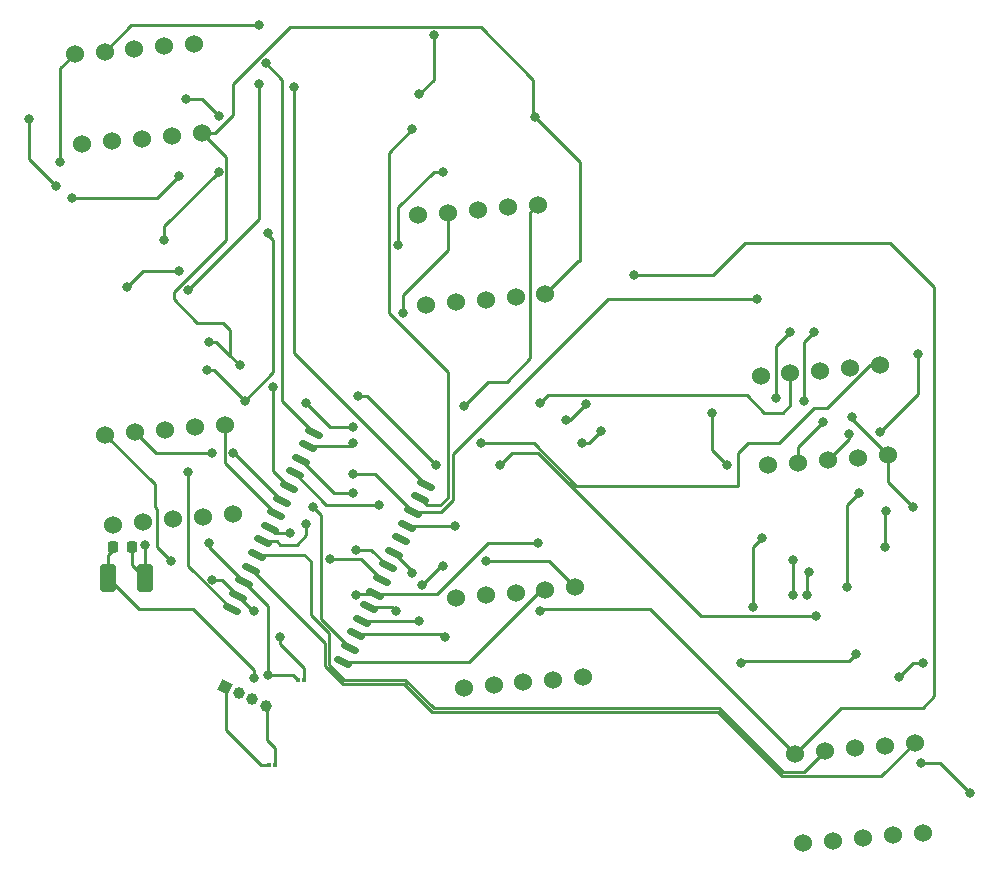
<source format=gbr>
%TF.GenerationSoftware,KiCad,Pcbnew,7.0.10-7.0.10~ubuntu22.04.1*%
%TF.CreationDate,2025-04-20T12:02:29+07:00*%
%TF.ProjectId,catan100,63617461-6e31-4303-902e-6b696361645f,rev?*%
%TF.SameCoordinates,Original*%
%TF.FileFunction,Copper,L2,Bot*%
%TF.FilePolarity,Positive*%
%FSLAX46Y46*%
G04 Gerber Fmt 4.6, Leading zero omitted, Abs format (unit mm)*
G04 Created by KiCad (PCBNEW 7.0.10-7.0.10~ubuntu22.04.1) date 2025-04-20 12:02:29*
%MOMM*%
%LPD*%
G01*
G04 APERTURE LIST*
G04 Aperture macros list*
%AMRoundRect*
0 Rectangle with rounded corners*
0 $1 Rounding radius*
0 $2 $3 $4 $5 $6 $7 $8 $9 X,Y pos of 4 corners*
0 Add a 4 corners polygon primitive as box body*
4,1,4,$2,$3,$4,$5,$6,$7,$8,$9,$2,$3,0*
0 Add four circle primitives for the rounded corners*
1,1,$1+$1,$2,$3*
1,1,$1+$1,$4,$5*
1,1,$1+$1,$6,$7*
1,1,$1+$1,$8,$9*
0 Add four rect primitives between the rounded corners*
20,1,$1+$1,$2,$3,$4,$5,0*
20,1,$1+$1,$4,$5,$6,$7,0*
20,1,$1+$1,$6,$7,$8,$9,0*
20,1,$1+$1,$8,$9,$2,$3,0*%
%AMHorizOval*
0 Thick line with rounded ends*
0 $1 width*
0 $2 $3 position (X,Y) of the first rounded end (center of the circle)*
0 $4 $5 position (X,Y) of the second rounded end (center of the circle)*
0 Add line between two ends*
20,1,$1,$2,$3,$4,$5,0*
0 Add two circle primitives to create the rounded ends*
1,1,$1,$2,$3*
1,1,$1,$4,$5*%
%AMRotRect*
0 Rectangle, with rotation*
0 The origin of the aperture is its center*
0 $1 length*
0 $2 width*
0 $3 Rotation angle, in degrees counterclockwise*
0 Add horizontal line*
21,1,$1,$2,0,0,$3*%
G04 Aperture macros list end*
%TA.AperFunction,ComponentPad*%
%ADD10C,1.524000*%
%TD*%
%TA.AperFunction,ComponentPad*%
%ADD11RotRect,1.000000X1.000000X245.000000*%
%TD*%
%TA.AperFunction,ComponentPad*%
%ADD12HorizOval,1.000000X0.000000X0.000000X0.000000X0.000000X0*%
%TD*%
%TA.AperFunction,SMDPad,CuDef*%
%ADD13RoundRect,0.075000X0.125000X0.075000X-0.125000X0.075000X-0.125000X-0.075000X0.125000X-0.075000X0*%
%TD*%
%TA.AperFunction,SMDPad,CuDef*%
%ADD14RoundRect,0.225000X0.225000X0.250000X-0.225000X0.250000X-0.225000X-0.250000X0.225000X-0.250000X0*%
%TD*%
%TA.AperFunction,SMDPad,CuDef*%
%ADD15RoundRect,0.150000X0.652493X-0.138756X-0.525707X0.410648X-0.652493X0.138756X0.525707X-0.410648X0*%
%TD*%
%TA.AperFunction,SMDPad,CuDef*%
%ADD16RoundRect,0.250000X0.412500X0.925000X-0.412500X0.925000X-0.412500X-0.925000X0.412500X-0.925000X0*%
%TD*%
%TA.AperFunction,SMDPad,CuDef*%
%ADD17RoundRect,0.075000X-0.125000X-0.075000X0.125000X-0.075000X0.125000X0.075000X-0.125000X0.075000X0*%
%TD*%
%TA.AperFunction,ViaPad*%
%ADD18C,0.800000*%
%TD*%
%TA.AperFunction,Conductor*%
%ADD19C,0.250000*%
%TD*%
G04 APERTURE END LIST*
D10*
%TO.P,U4,1,e*%
%TO.N,Net-(D1-BA)*%
X217942788Y-92676506D03*
%TO.P,U4,2,d*%
%TO.N,Net-(D1-GA)*%
X220473123Y-92455130D03*
%TO.P,U4,3,c*%
%TO.N,Net-(D1-RA)*%
X223003457Y-92233755D03*
%TO.P,U4,4,g*%
%TO.N,Net-(D2-BA)*%
X225533792Y-92012379D03*
%TO.P,U4,5,dp*%
%TO.N,Net-(D2-GA)*%
X228064126Y-91791004D03*
%TO.P,U4,6,b*%
%TO.N,Net-(U1-GRID7)*%
X227400000Y-84200000D03*
%TO.P,U4,7,a*%
%TO.N,Net-(D2-RA)*%
X224869665Y-84421376D03*
%TO.P,U4,8,b*%
%TO.N,Net-(U1-SEG7)*%
X222339331Y-84642751D03*
%TO.P,U4,9,g*%
%TO.N,Net-(U1-GRID8)*%
X219808996Y-84864127D03*
%TO.P,U4,10,f*%
%TO.N,Net-(U1-SEG8)*%
X217278662Y-85085502D03*
%TD*%
%TO.P,U6,1,e*%
%TO.N,Net-(D1-BA)*%
X192142788Y-111476506D03*
%TO.P,U6,2,d*%
%TO.N,Net-(D1-GA)*%
X194673123Y-111255130D03*
%TO.P,U6,3,c*%
%TO.N,Net-(D1-RA)*%
X197203457Y-111033755D03*
%TO.P,U6,4,g*%
%TO.N,Net-(D2-BA)*%
X199733792Y-110812379D03*
%TO.P,U6,5,dp*%
%TO.N,Net-(D2-GA)*%
X202264126Y-110591004D03*
%TO.P,U6,6,b*%
%TO.N,Net-(U1-GRID3)*%
X201600000Y-103000000D03*
%TO.P,U6,7,a*%
%TO.N,Net-(D2-RA)*%
X199069665Y-103221376D03*
%TO.P,U6,8,b*%
%TO.N,Net-(U1-SEG7)*%
X196539331Y-103442751D03*
%TO.P,U6,9,g*%
%TO.N,Net-(U1-GRID4)*%
X194008996Y-103664127D03*
%TO.P,U6,10,f*%
%TO.N,Net-(U1-SEG8)*%
X191478662Y-103885502D03*
%TD*%
%TO.P,U7,1,e*%
%TO.N,Net-(D1-BA)*%
X220873123Y-124655130D03*
%TO.P,U7,2,d*%
%TO.N,Net-(D1-GA)*%
X223403458Y-124433754D03*
%TO.P,U7,3,c*%
%TO.N,Net-(D1-RA)*%
X225933792Y-124212379D03*
%TO.P,U7,4,g*%
%TO.N,Net-(D2-BA)*%
X228464127Y-123991003D03*
%TO.P,U7,5,dp*%
%TO.N,Net-(D2-GA)*%
X230994461Y-123769628D03*
%TO.P,U7,6,b*%
%TO.N,Net-(U1-GRID1)*%
X230330335Y-116178624D03*
%TO.P,U7,7,a*%
%TO.N,Net-(D2-RA)*%
X227800000Y-116400000D03*
%TO.P,U7,8,b*%
%TO.N,Net-(U1-SEG7)*%
X225269666Y-116621375D03*
%TO.P,U7,9,g*%
%TO.N,Net-(U1-GRID2)*%
X222739331Y-116842751D03*
%TO.P,U7,10,f*%
%TO.N,Net-(U1-SEG8)*%
X220208997Y-117064126D03*
%TD*%
%TO.P,U2,1,e*%
%TO.N,Net-(D1-BA)*%
X159871394Y-65438253D03*
%TO.P,U2,2,d*%
%TO.N,Net-(D1-GA)*%
X162401729Y-65216877D03*
%TO.P,U2,3,c*%
%TO.N,Net-(D1-RA)*%
X164932063Y-64995502D03*
%TO.P,U2,4,g*%
%TO.N,Net-(D2-BA)*%
X167462398Y-64774126D03*
%TO.P,U2,5,dp*%
%TO.N,Net-(D2-GA)*%
X169992732Y-64552751D03*
%TO.P,U2,6,b*%
%TO.N,Net-(U1-GRID11)*%
X169328606Y-56961747D03*
%TO.P,U2,7,a*%
%TO.N,Net-(D2-RA)*%
X166798271Y-57183123D03*
%TO.P,U2,8,b*%
%TO.N,Net-(U1-SEG7)*%
X164267937Y-57404498D03*
%TO.P,U2,9,g*%
%TO.N,Net-(U1-GRID12)*%
X161737602Y-57625874D03*
%TO.P,U2,10,f*%
%TO.N,Net-(U1-SEG8)*%
X159207268Y-57847249D03*
%TD*%
%TO.P,U3,1,e*%
%TO.N,Net-(D1-BA)*%
X188942788Y-79076506D03*
%TO.P,U3,2,d*%
%TO.N,Net-(D1-GA)*%
X191473123Y-78855130D03*
%TO.P,U3,3,c*%
%TO.N,Net-(D1-RA)*%
X194003457Y-78633755D03*
%TO.P,U3,4,g*%
%TO.N,Net-(D2-BA)*%
X196533792Y-78412379D03*
%TO.P,U3,5,dp*%
%TO.N,Net-(D2-GA)*%
X199064126Y-78191004D03*
%TO.P,U3,6,b*%
%TO.N,Net-(U1-GRID9)*%
X198400000Y-70600000D03*
%TO.P,U3,7,a*%
%TO.N,Net-(D2-RA)*%
X195869665Y-70821376D03*
%TO.P,U3,8,b*%
%TO.N,Net-(U1-SEG7)*%
X193339331Y-71042751D03*
%TO.P,U3,9,g*%
%TO.N,Net-(U1-GRID10)*%
X190808996Y-71264127D03*
%TO.P,U3,10,f*%
%TO.N,Net-(U1-SEG8)*%
X188278662Y-71485502D03*
%TD*%
%TO.P,U5,1,e*%
%TO.N,Net-(D1-BA)*%
X162478662Y-97685502D03*
%TO.P,U5,2,d*%
%TO.N,Net-(D1-GA)*%
X165008997Y-97464126D03*
%TO.P,U5,3,c*%
%TO.N,Net-(D1-RA)*%
X167539331Y-97242751D03*
%TO.P,U5,4,g*%
%TO.N,Net-(D2-BA)*%
X170069666Y-97021375D03*
%TO.P,U5,5,dp*%
%TO.N,Net-(D2-GA)*%
X172600000Y-96800000D03*
%TO.P,U5,6,b*%
%TO.N,Net-(U1-GRID5)*%
X171935874Y-89208996D03*
%TO.P,U5,7,a*%
%TO.N,Net-(D2-RA)*%
X169405539Y-89430372D03*
%TO.P,U5,8,b*%
%TO.N,Net-(U1-SEG7)*%
X166875205Y-89651747D03*
%TO.P,U5,9,g*%
%TO.N,Net-(U1-GRID6)*%
X164344870Y-89873123D03*
%TO.P,U5,10,f*%
%TO.N,Net-(U1-SEG8)*%
X161814536Y-90094498D03*
%TD*%
D11*
%TO.P,J1,1,Pin_1*%
%TO.N,Net-(J1-Pin_1)*%
X171946967Y-111389824D03*
D12*
%TO.P,J1,2,Pin_2*%
%TO.N,Net-(J1-Pin_2)*%
X173097978Y-111926549D03*
%TO.P,J1,3,Pin_3*%
%TO.N,Net-(J1-Pin_3)*%
X174248989Y-112463274D03*
%TO.P,J1,4,Pin_4*%
%TO.N,Net-(J1-Pin_4)*%
X175400000Y-113000000D03*
%TD*%
D13*
%TO.P,R2,1*%
%TO.N,Net-(J1-Pin_4)*%
X176175000Y-118000000D03*
%TO.P,R2,2*%
%TO.N,Net-(J1-Pin_1)*%
X175675000Y-118000000D03*
%TD*%
D14*
%TO.P,C1,1*%
%TO.N,Net-(J1-Pin_4)*%
X164030000Y-99600000D03*
%TO.P,C1,2*%
%TO.N,Net-(J1-Pin_3)*%
X162480000Y-99600000D03*
%TD*%
D15*
%TO.P,U1,1,GRID12*%
%TO.N,Net-(U1-GRID12)*%
X188944367Y-94314339D03*
%TO.P,U1,2,GRID13*%
%TO.N,Net-(D1-BK)*%
X188407642Y-95465350D03*
%TO.P,U1,3,GRID14*%
%TO.N,Net-(D3-BK)*%
X187870917Y-96616361D03*
%TO.P,U1,4,GRID15*%
%TO.N,Net-(D5-BK)*%
X187334191Y-97767372D03*
%TO.P,U1,5,GRID16*%
%TO.N,unconnected-(U1-GRID16-Pad5)*%
X186797466Y-98918383D03*
%TO.P,U1,6,VSS*%
%TO.N,Net-(J1-Pin_3)*%
X186260741Y-100069393D03*
%TO.P,U1,7,DIN*%
%TO.N,Net-(J1-Pin_2)*%
X185724016Y-101220404D03*
%TO.P,U1,8,SCLK*%
%TO.N,Net-(J1-Pin_1)*%
X185187291Y-102371415D03*
%TO.P,U1,9,SEG1*%
%TO.N,Net-(D1-BA)*%
X184650565Y-103522426D03*
%TO.P,U1,10,SEG2*%
%TO.N,Net-(D1-GA)*%
X184113840Y-104673437D03*
%TO.P,U1,11,SEG3*%
%TO.N,Net-(D1-RA)*%
X183577115Y-105824448D03*
%TO.P,U1,12,SEG4*%
%TO.N,Net-(D2-BA)*%
X183040390Y-106975459D03*
%TO.P,U1,13,SEG5*%
%TO.N,Net-(D2-GA)*%
X182503665Y-108126470D03*
%TO.P,U1,14,SEG6*%
%TO.N,Net-(D2-RA)*%
X181966939Y-109277481D03*
%TO.P,U1,15,SEG7*%
%TO.N,Net-(U1-SEG7)*%
X172496023Y-104861120D03*
%TO.P,U1,16,SEG8*%
%TO.N,Net-(U1-SEG8)*%
X173032748Y-103710109D03*
%TO.P,U1,17,VDD*%
%TO.N,Net-(J1-Pin_4)*%
X173569474Y-102559098D03*
%TO.P,U1,18,GRID1*%
%TO.N,Net-(U1-GRID1)*%
X174106199Y-101408087D03*
%TO.P,U1,19,GRID2*%
%TO.N,Net-(U1-GRID2)*%
X174642924Y-100257076D03*
%TO.P,U1,20,GRID3*%
%TO.N,Net-(U1-GRID3)*%
X175179649Y-99106065D03*
%TO.P,U1,21,GRID4*%
%TO.N,Net-(U1-GRID4)*%
X175716374Y-97955054D03*
%TO.P,U1,22,GRID5*%
%TO.N,Net-(U1-GRID5)*%
X176253099Y-96804044D03*
%TO.P,U1,23,GRID6*%
%TO.N,Net-(U1-GRID6)*%
X176789825Y-95653033D03*
%TO.P,U1,24,GRID7*%
%TO.N,Net-(U1-GRID7)*%
X177326550Y-94502022D03*
%TO.P,U1,25,GRID8*%
%TO.N,Net-(U1-GRID8)*%
X177863275Y-93351011D03*
%TO.P,U1,26,GRID9*%
%TO.N,Net-(U1-GRID9)*%
X178400000Y-92200000D03*
%TO.P,U1,27,GRID10*%
%TO.N,Net-(U1-GRID10)*%
X178936725Y-91048989D03*
%TO.P,U1,28,GRID11*%
%TO.N,Net-(U1-GRID11)*%
X179473451Y-89897978D03*
%TD*%
D16*
%TO.P,C2,1*%
%TO.N,Net-(J1-Pin_4)*%
X165137500Y-102200000D03*
%TO.P,C2,2*%
%TO.N,Net-(J1-Pin_3)*%
X162062500Y-102200000D03*
%TD*%
D17*
%TO.P,R1,1*%
%TO.N,Net-(J1-Pin_4)*%
X178100000Y-110800000D03*
%TO.P,R1,2*%
%TO.N,Net-(J1-Pin_2)*%
X178600000Y-110800000D03*
%TD*%
D18*
%TO.N,Net-(J1-Pin_1)*%
X180800000Y-100600000D03*
%TO.N,Net-(J1-Pin_2)*%
X183000000Y-99800000D03*
X176600000Y-107200000D03*
%TO.N,Net-(D1-BK)*%
X188400000Y-61200000D03*
X189600000Y-56200000D03*
X187800000Y-64200000D03*
%TO.N,Net-(D1-BA)*%
X214476506Y-92676506D03*
X219800000Y-81400000D03*
X218600000Y-87000000D03*
X213200000Y-88200000D03*
X183000000Y-103600000D03*
X198400000Y-99200000D03*
%TO.N,Net-(D1-GA)*%
X188600000Y-102797426D03*
X203797964Y-89772659D03*
X202200000Y-90800000D03*
X221000000Y-87200000D03*
X222600000Y-89000000D03*
X157600000Y-69000000D03*
X186400000Y-105000000D03*
X221800000Y-81400000D03*
X190400000Y-101200000D03*
X155300000Y-63300000D03*
%TO.N,Net-(D1-RA)*%
X227400000Y-89800000D03*
X224800000Y-90000000D03*
X235000000Y-120400000D03*
X217400000Y-98800000D03*
X188400000Y-105800000D03*
X168000000Y-68200000D03*
X230600000Y-83200000D03*
X202490396Y-87509604D03*
X200787347Y-88812653D03*
X230887347Y-117887347D03*
X159000000Y-70000000D03*
X216600000Y-104675000D03*
%TO.N,Net-(D2-BA)*%
X225600000Y-95000000D03*
X173600000Y-87200000D03*
X190400000Y-67800000D03*
X229000000Y-110600000D03*
X170400000Y-84600000D03*
X224600000Y-103000000D03*
X186600000Y-74000000D03*
X231060874Y-109400000D03*
X175575855Y-73024145D03*
X190600000Y-107200000D03*
%TO.N,Net-(D2-GA)*%
X225400000Y-108600000D03*
X179400000Y-96200000D03*
X215600000Y-109400000D03*
X230200000Y-96200000D03*
X225000000Y-88600000D03*
X170600000Y-82200000D03*
X198200000Y-63200000D03*
X173200000Y-84200000D03*
%TO.N,Net-(D2-RA)*%
X227812653Y-99612653D03*
X227900000Y-96500000D03*
X221400000Y-101713000D03*
X174800000Y-60400000D03*
X221200000Y-103600000D03*
X168800000Y-77800000D03*
%TO.N,Net-(D3-BK)*%
X182800000Y-93400000D03*
X217000000Y-78600000D03*
X168000000Y-76200000D03*
X163600000Y-77600000D03*
%TO.N,Net-(D5-BK)*%
X195200000Y-92600000D03*
X191400000Y-97800000D03*
X222000000Y-105400000D03*
%TO.N,Net-(J1-Pin_3)*%
X187800000Y-101800000D03*
X174351011Y-110625923D03*
%TO.N,Net-(J1-Pin_4)*%
X165200000Y-99400000D03*
X170600000Y-99200000D03*
X175601120Y-110401120D03*
%TO.N,Net-(U1-GRID12)*%
X174800000Y-55400000D03*
X177800000Y-60600000D03*
%TO.N,Net-(U1-SEG7)*%
X166800000Y-73600000D03*
X220000000Y-103600000D03*
X220000000Y-100675000D03*
X168800000Y-93200000D03*
X171400000Y-67800000D03*
X168676878Y-61675000D03*
X171400000Y-63125000D03*
%TO.N,Net-(U1-SEG8)*%
X158000000Y-67000000D03*
X167400000Y-100800000D03*
X198600000Y-105000000D03*
X174400000Y-105000000D03*
X170859394Y-102340607D03*
X206600000Y-76547487D03*
%TO.N,Net-(U1-GRID3)*%
X178800000Y-97600000D03*
X194000000Y-100800000D03*
%TO.N,Net-(U1-GRID4)*%
X177400000Y-98400000D03*
%TO.N,Net-(U1-GRID6)*%
X172600000Y-91600000D03*
X170800000Y-91600000D03*
%TO.N,Net-(U1-GRID7)*%
X176000000Y-86000000D03*
X178800000Y-87400000D03*
X182800000Y-89400000D03*
X193600000Y-90800000D03*
X183200000Y-86800000D03*
X189800000Y-92600000D03*
%TO.N,Net-(U1-GRID8)*%
X198600000Y-87400000D03*
X185000000Y-96000000D03*
%TO.N,Net-(U1-GRID9)*%
X192200000Y-87600000D03*
X182800000Y-95000000D03*
%TO.N,Net-(U1-GRID10)*%
X182800000Y-90800000D03*
X187000000Y-79800000D03*
%TO.N,Net-(U1-GRID11)*%
X175400000Y-58600000D03*
%TD*%
D19*
%TO.N,Net-(J1-Pin_1)*%
X175000000Y-118000000D02*
X175650000Y-118000000D01*
X183415876Y-100600000D02*
X185187291Y-102371415D01*
X172048989Y-111263274D02*
X172048989Y-115048989D01*
X172048989Y-115048989D02*
X175000000Y-118000000D01*
X180800000Y-100600000D02*
X183415876Y-100600000D01*
%TO.N,Net-(J1-Pin_2)*%
X176600000Y-107200000D02*
X176600000Y-107800000D01*
X178625000Y-109825000D02*
X178625000Y-110800000D01*
X176600000Y-107800000D02*
X178625000Y-109825000D01*
X184303612Y-99800000D02*
X185724016Y-101220404D01*
X183000000Y-99800000D02*
X184303612Y-99800000D01*
%TO.N,Net-(D1-BK)*%
X189600000Y-60000000D02*
X188400000Y-61200000D01*
X188407642Y-95465350D02*
X189001203Y-96058911D01*
X190800000Y-84800000D02*
X185800000Y-79800000D01*
X190800000Y-95400000D02*
X190800000Y-84800000D01*
X189600000Y-56200000D02*
X189600000Y-60000000D01*
X190141089Y-96058911D02*
X190800000Y-95400000D01*
X189001203Y-96058911D02*
X190141089Y-96058911D01*
X185800000Y-79800000D02*
X185800000Y-66200000D01*
X185800000Y-66200000D02*
X187800000Y-64200000D01*
%TO.N,Net-(D1-BA)*%
X184650565Y-103522426D02*
X183077574Y-103522426D01*
X189904487Y-103522426D02*
X194226913Y-99200000D01*
X184650565Y-103522426D02*
X189904487Y-103522426D01*
X218600000Y-82600000D02*
X218600000Y-87000000D01*
X194226913Y-99200000D02*
X198400000Y-99200000D01*
X183077574Y-103522426D02*
X183000000Y-103600000D01*
X213200000Y-91400000D02*
X214476506Y-92676506D01*
X219800000Y-81400000D02*
X218600000Y-82600000D01*
X213200000Y-88200000D02*
X213200000Y-91400000D01*
%TO.N,Net-(D1-GA)*%
X190197426Y-101200000D02*
X188600000Y-102797426D01*
X186073437Y-104673437D02*
X186400000Y-105000000D01*
X202770623Y-90800000D02*
X203797964Y-89772659D01*
X222600000Y-89000000D02*
X220473123Y-91126877D01*
X190400000Y-101200000D02*
X190197426Y-101200000D01*
X221000000Y-82200000D02*
X221000000Y-87200000D01*
X220473123Y-91126877D02*
X220473123Y-92455130D01*
X157600000Y-69000000D02*
X155300000Y-66700000D01*
X202200000Y-90800000D02*
X202770623Y-90800000D01*
X221800000Y-81400000D02*
X221000000Y-82200000D01*
X155300000Y-66700000D02*
X155300000Y-63300000D01*
X184113840Y-104673437D02*
X186073437Y-104673437D01*
%TO.N,Net-(D1-RA)*%
X230887347Y-117887347D02*
X232487347Y-117887347D01*
X166200000Y-70000000D02*
X168000000Y-68200000D01*
X216600000Y-99600000D02*
X216600000Y-104675000D01*
X188375552Y-105824448D02*
X188400000Y-105800000D01*
X200787347Y-88812653D02*
X201187347Y-88812653D01*
X232487347Y-117887347D02*
X235000000Y-120400000D01*
X224800000Y-90000000D02*
X224800000Y-90437212D01*
X201187347Y-88812653D02*
X202490396Y-87509604D01*
X224800000Y-90437212D02*
X223003457Y-92233755D01*
X183577115Y-105824448D02*
X188375552Y-105824448D01*
X230600000Y-83200000D02*
X230600000Y-86600000D01*
X217400000Y-98800000D02*
X216600000Y-99600000D01*
X159000000Y-70000000D02*
X166200000Y-70000000D01*
X230600000Y-86600000D02*
X227400000Y-89800000D01*
%TO.N,Net-(D2-BA)*%
X189600000Y-67800000D02*
X186600000Y-70800000D01*
X224600000Y-96000000D02*
X225600000Y-95000000D01*
X186600000Y-70800000D02*
X186600000Y-74000000D01*
X173600000Y-87200000D02*
X176000000Y-84800000D01*
X170400000Y-84600000D02*
X171000000Y-84600000D01*
X231060874Y-109400000D02*
X230200000Y-109400000D01*
X190375459Y-106975459D02*
X190600000Y-107200000D01*
X171000000Y-84600000D02*
X173600000Y-87200000D01*
X230200000Y-109400000D02*
X229000000Y-110600000D01*
X183040390Y-106975459D02*
X190375459Y-106975459D01*
X224600000Y-103000000D02*
X224600000Y-96000000D01*
X175575855Y-73175855D02*
X175575855Y-73024145D01*
X176000000Y-73600000D02*
X175575855Y-73175855D01*
X176000000Y-84800000D02*
X176000000Y-73600000D01*
X190400000Y-67800000D02*
X189600000Y-67800000D01*
%TO.N,Net-(D2-GA)*%
X173200000Y-84200000D02*
X172300000Y-83300000D01*
X167600000Y-78600000D02*
X169600000Y-80600000D01*
X193575000Y-55575000D02*
X198000000Y-60000000D01*
X198000000Y-60000000D02*
X198000000Y-63000000D01*
X225000000Y-88600000D02*
X225000000Y-88726878D01*
X228064126Y-94064126D02*
X228064126Y-91791004D01*
X182503665Y-108126470D02*
X180075000Y-105697805D01*
X171800000Y-80600000D02*
X172400000Y-81200000D01*
X224800000Y-109200000D02*
X225400000Y-108600000D01*
X172600000Y-60400000D02*
X174000000Y-59000000D01*
X174000000Y-59000000D02*
X177425000Y-55575000D01*
X172300000Y-83300000D02*
X171200000Y-82200000D01*
X198000000Y-63000000D02*
X198200000Y-63200000D01*
X180075000Y-96875000D02*
X179400000Y-96200000D01*
X169992732Y-64552751D02*
X172025000Y-66585019D01*
X172400000Y-81200000D02*
X172400000Y-83200000D01*
X172025000Y-73575000D02*
X167600000Y-78000000D01*
X215800000Y-109200000D02*
X224800000Y-109200000D01*
X171070362Y-64552751D02*
X172600000Y-63023113D01*
X172600000Y-63023113D02*
X172600000Y-61800000D01*
X169992732Y-64552751D02*
X171070362Y-64552751D01*
X198200000Y-63200000D02*
X202000000Y-67000000D01*
X172025000Y-66585019D02*
X172025000Y-73575000D01*
X202000000Y-67000000D02*
X202000000Y-75400000D01*
X177425000Y-55575000D02*
X193575000Y-55575000D01*
X171200000Y-82200000D02*
X170600000Y-82200000D01*
X172400000Y-83200000D02*
X172300000Y-83300000D01*
X215600000Y-109400000D02*
X215800000Y-109200000D01*
X167600000Y-78000000D02*
X167600000Y-78600000D01*
X169600000Y-80600000D02*
X171800000Y-80600000D01*
X180075000Y-105697805D02*
X180075000Y-96875000D01*
X230200000Y-96200000D02*
X228064126Y-94064126D01*
X201855130Y-75400000D02*
X199064126Y-78191004D01*
X202000000Y-75400000D02*
X201855130Y-75400000D01*
X225000000Y-88726878D02*
X228064126Y-91791004D01*
X172600000Y-61800000D02*
X172600000Y-60400000D01*
%TO.N,Net-(D2-RA)*%
X227812653Y-96587347D02*
X227900000Y-96500000D01*
X192613560Y-109277481D02*
X198869665Y-103021376D01*
X227812653Y-99612653D02*
X227812653Y-96587347D01*
X221200000Y-103600000D02*
X221200000Y-101913000D01*
X181966939Y-109277481D02*
X192613560Y-109277481D01*
X174800000Y-71800000D02*
X174800000Y-60400000D01*
X168800000Y-77800000D02*
X174800000Y-71800000D01*
X221200000Y-101913000D02*
X221400000Y-101713000D01*
%TO.N,Net-(D3-BK)*%
X204338299Y-78600000D02*
X191250000Y-91688299D01*
X168000000Y-76200000D02*
X165000000Y-76200000D01*
X190220035Y-96616361D02*
X187870917Y-96616361D01*
X191250000Y-91688299D02*
X191250000Y-95586396D01*
X184654556Y-93400000D02*
X182800000Y-93400000D01*
X217000000Y-78600000D02*
X204338299Y-78600000D01*
X191250000Y-95586396D02*
X190220035Y-96616361D01*
X187870917Y-96616361D02*
X184654556Y-93400000D01*
X165000000Y-76200000D02*
X163600000Y-77600000D01*
%TO.N,Net-(D5-BK)*%
X212200000Y-105400000D02*
X198400000Y-91600000D01*
X222000000Y-105400000D02*
X212200000Y-105400000D01*
X191367372Y-97767372D02*
X191400000Y-97800000D01*
X196200000Y-91600000D02*
X195200000Y-92600000D01*
X187334191Y-97767372D02*
X191367372Y-97767372D01*
X198400000Y-91600000D02*
X196200000Y-91600000D01*
%TO.N,Net-(J1-Pin_3)*%
X185915356Y-99724008D02*
X186260741Y-100069393D01*
X174351011Y-109951011D02*
X174351011Y-110625923D01*
X187800000Y-101800000D02*
X187800000Y-101608652D01*
X162062500Y-102200000D02*
X162062500Y-100217500D01*
X162062500Y-102200000D02*
X164662500Y-104800000D01*
X169200000Y-104800000D02*
X174351011Y-109951011D01*
X164662500Y-104800000D02*
X169200000Y-104800000D01*
X187800000Y-101608652D02*
X186260741Y-100069393D01*
X162062500Y-100217500D02*
X162480000Y-99800000D01*
%TO.N,Net-(J1-Pin_4)*%
X170600000Y-99589624D02*
X173569474Y-102559098D01*
X175601120Y-110401120D02*
X177701120Y-110401120D01*
X165137500Y-99462500D02*
X165200000Y-99400000D01*
X164030000Y-101092500D02*
X165137500Y-102200000D01*
X175502022Y-115902022D02*
X176200000Y-116600000D01*
X175502022Y-112873450D02*
X175502022Y-115902022D01*
X178075000Y-110775000D02*
X178075000Y-110800000D01*
X164030000Y-99800000D02*
X164030000Y-101092500D01*
X175601120Y-110401120D02*
X175601120Y-104590744D01*
X175601120Y-104590744D02*
X173569474Y-102559098D01*
X170600000Y-99200000D02*
X170600000Y-99589624D01*
X176200000Y-116600000D02*
X176200000Y-118000000D01*
X177701120Y-110401120D02*
X178075000Y-110775000D01*
X165137500Y-102200000D02*
X165137500Y-99462500D01*
%TO.N,Net-(U1-GRID12)*%
X161737602Y-57625874D02*
X163963476Y-55400000D01*
X177800000Y-60600000D02*
X177800000Y-83169972D01*
X163963476Y-55400000D02*
X174800000Y-55400000D01*
X177800000Y-83169972D02*
X188944367Y-94314339D01*
%TO.N,Net-(U1-SEG7)*%
X168800000Y-101165097D02*
X168800000Y-93200000D01*
X172496023Y-104861120D02*
X168800000Y-101165097D01*
X166800000Y-72400000D02*
X171400000Y-67800000D01*
X171400000Y-63125000D02*
X169950000Y-61675000D01*
X169950000Y-61675000D02*
X168676878Y-61675000D01*
X166800000Y-73600000D02*
X166800000Y-72400000D01*
X220000000Y-103600000D02*
X220000000Y-100675000D01*
%TO.N,Net-(U1-SEG8)*%
X207944871Y-104800000D02*
X207000000Y-104800000D01*
X231000000Y-113200000D02*
X224073123Y-113200000D01*
X171663246Y-102340607D02*
X173032748Y-103710109D01*
X198800000Y-104800000D02*
X198600000Y-105000000D01*
X224073123Y-113200000D02*
X220208997Y-117064126D01*
X216000000Y-73800000D02*
X228200000Y-73800000D01*
X158000000Y-67000000D02*
X158000000Y-59054517D01*
X228200000Y-73800000D02*
X232000000Y-77600000D01*
X158000000Y-59054517D02*
X159207268Y-57847249D01*
X213252513Y-76547487D02*
X216000000Y-73800000D01*
X232000000Y-77600000D02*
X232000000Y-112200000D01*
X174400000Y-105000000D02*
X174322639Y-105000000D01*
X170859394Y-102340607D02*
X171663246Y-102340607D01*
X174322639Y-105000000D02*
X173032748Y-103710109D01*
X165995997Y-96195997D02*
X166200000Y-96400000D01*
X166200000Y-99600000D02*
X167400000Y-100800000D01*
X165995997Y-94275959D02*
X165995997Y-96195997D01*
X161814536Y-90094498D02*
X165995997Y-94275959D01*
X206600000Y-76547487D02*
X213252513Y-76547487D01*
X207000000Y-104800000D02*
X198800000Y-104800000D01*
X232000000Y-112200000D02*
X231000000Y-113200000D01*
X220208997Y-117064126D02*
X207944871Y-104800000D01*
X166200000Y-96400000D02*
X166200000Y-99600000D01*
%TO.N,Net-(U1-GRID1)*%
X213655026Y-113550000D02*
X219105026Y-119000000D01*
X174106199Y-101408087D02*
X180391111Y-107692999D01*
X181905026Y-111200000D02*
X187105026Y-111200000D01*
X227508959Y-119000000D02*
X230330335Y-116178624D01*
X187105026Y-111200000D02*
X189455026Y-113550000D01*
X189455026Y-113550000D02*
X213655026Y-113550000D01*
X219105026Y-119000000D02*
X227508959Y-119000000D01*
X180391111Y-109686085D02*
X181905026Y-111200000D01*
X180391111Y-107692999D02*
X180391111Y-109686085D01*
%TO.N,Net-(U1-GRID2)*%
X174642924Y-100257076D02*
X178657076Y-100257076D01*
X219200000Y-118600000D02*
X220982082Y-118600000D01*
X179200000Y-100800000D02*
X179200000Y-105317780D01*
X187200000Y-110800000D02*
X189600000Y-113200000D01*
X189600000Y-113200000D02*
X213800000Y-113200000D01*
X179200000Y-105317780D02*
X180741111Y-106858890D01*
X220982082Y-118600000D02*
X222739331Y-116842751D01*
X213800000Y-113200000D02*
X219200000Y-118600000D01*
X178657076Y-100257076D02*
X179200000Y-100800000D01*
X180741111Y-106858890D02*
X180741111Y-109541111D01*
X180741111Y-109541111D02*
X182000000Y-110800000D01*
X182000000Y-110800000D02*
X187200000Y-110800000D01*
%TO.N,Net-(U1-GRID3)*%
X178800000Y-97600000D02*
X178800000Y-98600000D01*
X178800000Y-98600000D02*
X178000000Y-99400000D01*
X178000000Y-99400000D02*
X176600000Y-99400000D01*
X176600000Y-99400000D02*
X176306065Y-99106065D01*
X201600000Y-103000000D02*
X199400000Y-100800000D01*
X199400000Y-100800000D02*
X194000000Y-100800000D01*
X176306065Y-99106065D02*
X175179649Y-99106065D01*
%TO.N,Net-(U1-GRID4)*%
X177400000Y-98400000D02*
X176161320Y-98400000D01*
X176161320Y-98400000D02*
X175716374Y-97955054D01*
%TO.N,Net-(U1-GRID5)*%
X171935874Y-92486819D02*
X176253099Y-96804044D01*
X171935874Y-89208996D02*
X171935874Y-92486819D01*
%TO.N,Net-(U1-GRID6)*%
X172600000Y-91600000D02*
X172736792Y-91600000D01*
X172736792Y-91600000D02*
X176789825Y-95653033D01*
X166071747Y-91600000D02*
X170800000Y-91600000D01*
X164344870Y-89873123D02*
X166071747Y-91600000D01*
%TO.N,Net-(U1-GRID7)*%
X222916116Y-87800000D02*
X221800000Y-87800000D01*
X176000000Y-93175472D02*
X177326550Y-94502022D01*
X182800000Y-89400000D02*
X180800000Y-89400000D01*
X215400000Y-94400000D02*
X201694974Y-94400000D01*
X215400000Y-91600000D02*
X215400000Y-94400000D01*
X176000000Y-86000000D02*
X176000000Y-93175472D01*
X227400000Y-84200000D02*
X226516116Y-84200000D01*
X198094974Y-90800000D02*
X193600000Y-90800000D01*
X201694974Y-94400000D02*
X198094974Y-90800000D01*
X218800000Y-90800000D02*
X216200000Y-90800000D01*
X226516116Y-84200000D02*
X222916116Y-87800000D01*
X184000000Y-86800000D02*
X183200000Y-86800000D01*
X189800000Y-92600000D02*
X184000000Y-86800000D01*
X180800000Y-89400000D02*
X178800000Y-87400000D01*
X216200000Y-90800000D02*
X215400000Y-91600000D01*
X221800000Y-87800000D02*
X218800000Y-90800000D01*
%TO.N,Net-(U1-GRID8)*%
X180512264Y-96000000D02*
X185000000Y-96000000D01*
X177863275Y-93351011D02*
X180512264Y-96000000D01*
X219808996Y-87591004D02*
X219808996Y-84864127D01*
X199258884Y-86741116D02*
X216141116Y-86741116D01*
X219200000Y-88200000D02*
X219808996Y-87591004D01*
X198600000Y-87400000D02*
X199258884Y-86741116D01*
X216141116Y-86741116D02*
X217600000Y-88200000D01*
X217600000Y-88200000D02*
X219200000Y-88200000D01*
%TO.N,Net-(U1-GRID9)*%
X194200000Y-85600000D02*
X192200000Y-87600000D01*
X197800000Y-71200000D02*
X197800000Y-83600000D01*
X181200000Y-95000000D02*
X178400000Y-92200000D01*
X198400000Y-70600000D02*
X197800000Y-71200000D01*
X182800000Y-95000000D02*
X181200000Y-95000000D01*
X195800000Y-85600000D02*
X194200000Y-85600000D01*
X197800000Y-83600000D02*
X195800000Y-85600000D01*
%TO.N,Net-(U1-GRID10)*%
X187000000Y-78200000D02*
X187000000Y-79800000D01*
X190808996Y-71264127D02*
X190808996Y-74391004D01*
X190808996Y-74391004D02*
X187000000Y-78200000D01*
X182551011Y-91048989D02*
X178936725Y-91048989D01*
X182800000Y-90800000D02*
X182551011Y-91048989D01*
%TO.N,Net-(U1-GRID11)*%
X176800000Y-73200000D02*
X176800000Y-60000000D01*
X176800000Y-60000000D02*
X175400000Y-58600000D01*
X179473451Y-89897978D02*
X176800000Y-87224527D01*
X176800000Y-87224527D02*
X176800000Y-73200000D01*
%TD*%
M02*

</source>
